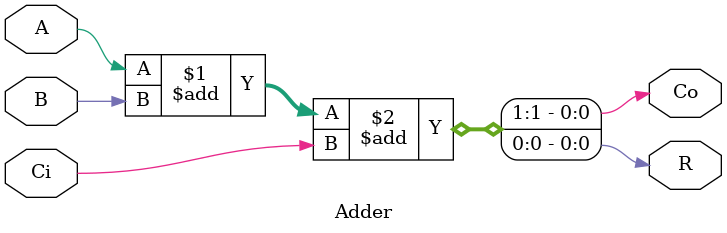
<source format=v>
`timescale 1ns / 1ps

module Adder (A, B, R, Ci, Co);
   input A, B, Ci;
   output R, Co;

   assign {Co, R} = A + B + Ci;
 endmodule

</source>
